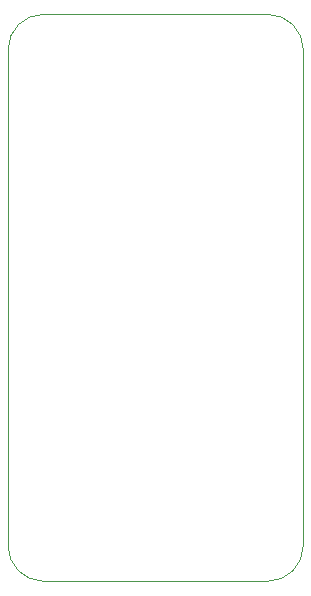
<source format=gbr>
%TF.GenerationSoftware,KiCad,Pcbnew,7.0.2*%
%TF.CreationDate,2023-10-20T21:52:04-04:00*%
%TF.ProjectId,XBee_Joint,58426565-5f4a-46f6-996e-742e6b696361,rev?*%
%TF.SameCoordinates,Original*%
%TF.FileFunction,Profile,NP*%
%FSLAX46Y46*%
G04 Gerber Fmt 4.6, Leading zero omitted, Abs format (unit mm)*
G04 Created by KiCad (PCBNEW 7.0.2) date 2023-10-20 21:52:04*
%MOMM*%
%LPD*%
G01*
G04 APERTURE LIST*
%TA.AperFunction,Profile*%
%ADD10C,0.100000*%
%TD*%
G04 APERTURE END LIST*
D10*
X88290000Y-149970000D02*
X69290000Y-149970000D01*
X69290000Y-101970000D02*
G75*
G03*
X66290000Y-104970000I0J-3000000D01*
G01*
X91290000Y-104970000D02*
G75*
G03*
X88290000Y-101970000I-3000000J0D01*
G01*
X66290000Y-146970000D02*
X66290000Y-104970000D01*
X88290000Y-149970000D02*
G75*
G03*
X91290000Y-146970000I0J3000000D01*
G01*
X66290000Y-146970000D02*
G75*
G03*
X69290000Y-149970000I3000000J0D01*
G01*
X91290000Y-104970000D02*
X91290000Y-146970000D01*
X69290000Y-101970000D02*
X88290000Y-101970000D01*
M02*

</source>
